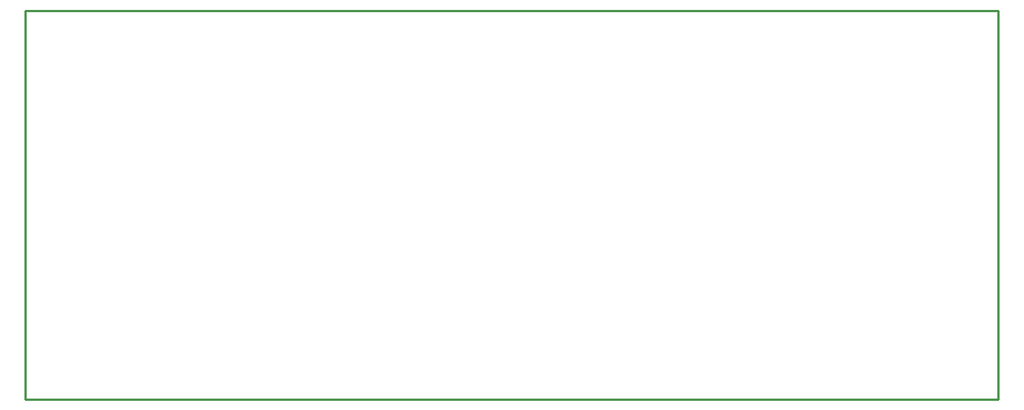
<source format=gbr>
G04 EAGLE Gerber RS-274X export*
G75*
%MOMM*%
%FSLAX34Y34*%
%LPD*%
%IN*%
%IPPOS*%
%AMOC8*
5,1,8,0,0,1.08239X$1,22.5*%
G01*
G04 Define Apertures*
%ADD10C,0.254000*%
D10*
X406400Y571500D02*
X1485900Y571500D01*
X1485900Y1003300D01*
X406400Y1003300D01*
X406400Y571500D01*
M02*

</source>
